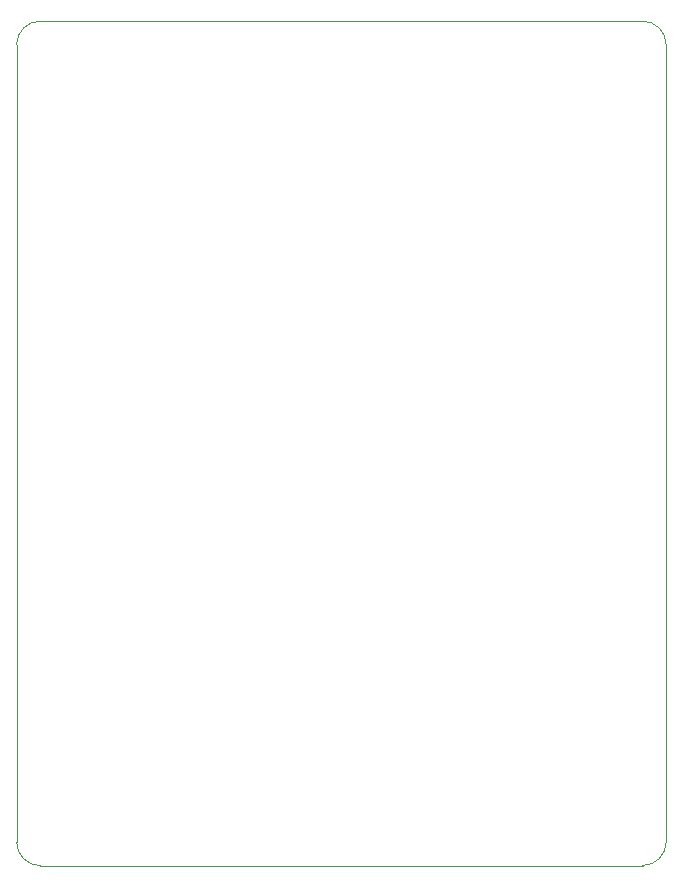
<source format=gbr>
%TF.GenerationSoftware,KiCad,Pcbnew,8.0.5*%
%TF.CreationDate,2024-10-07T09:41:30+08:00*%
%TF.ProjectId,sandersypconverter,73616e64-6572-4737-9970-636f6e766572,rev?*%
%TF.SameCoordinates,Original*%
%TF.FileFunction,Profile,NP*%
%FSLAX46Y46*%
G04 Gerber Fmt 4.6, Leading zero omitted, Abs format (unit mm)*
G04 Created by KiCad (PCBNEW 8.0.5) date 2024-10-07 09:41:30*
%MOMM*%
%LPD*%
G01*
G04 APERTURE LIST*
%TA.AperFunction,Profile*%
%ADD10C,0.050000*%
%TD*%
G04 APERTURE END LIST*
D10*
X155000000Y-119500000D02*
G75*
G02*
X153000000Y-121500000I-2000000J0D01*
G01*
X153000000Y-121500000D02*
X102000000Y-121500000D01*
X100000000Y-52000000D02*
G75*
G02*
X102000000Y-50000000I2000000J0D01*
G01*
X153000000Y-50000000D02*
G75*
G02*
X155000000Y-52000000I0J-2000000D01*
G01*
X100000000Y-119500000D02*
X100000000Y-52000000D01*
X102000000Y-50000000D02*
X153000000Y-50000000D01*
X102000000Y-121500000D02*
G75*
G02*
X100000000Y-119500000I0J2000000D01*
G01*
X155000000Y-52000000D02*
X155000000Y-119500000D01*
M02*

</source>
